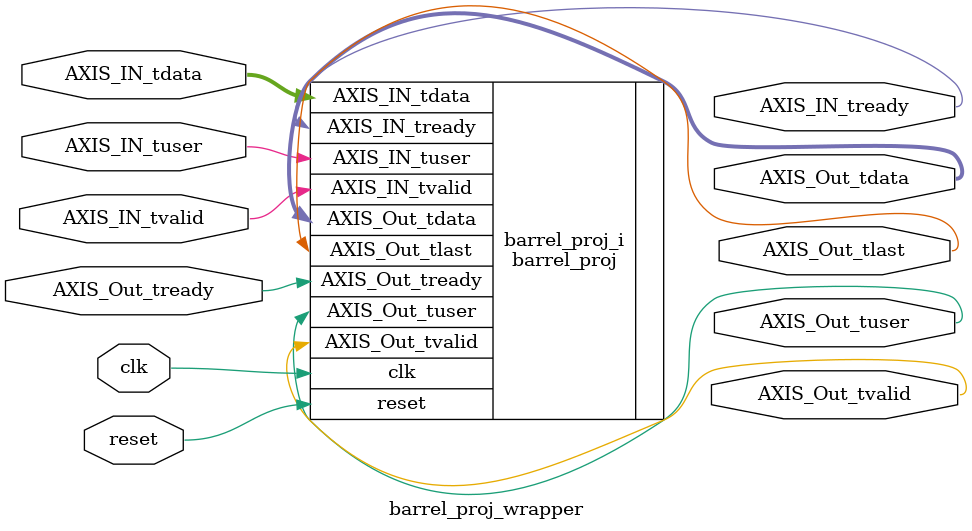
<source format=v>
`timescale 1 ps / 1 ps

module barrel_proj_wrapper
   (AXIS_IN_tdata,
    AXIS_IN_tready,
    AXIS_IN_tuser,
    AXIS_IN_tvalid,
    AXIS_Out_tdata,
    AXIS_Out_tlast,
    AXIS_Out_tready,
    AXIS_Out_tuser,
    AXIS_Out_tvalid,
    clk,
    reset);
  input [15:0]AXIS_IN_tdata;
  output AXIS_IN_tready;
  input AXIS_IN_tuser;
  input AXIS_IN_tvalid;
  output [15:0]AXIS_Out_tdata;
  output AXIS_Out_tlast;
  input AXIS_Out_tready;
  output AXIS_Out_tuser;
  output AXIS_Out_tvalid;
  input clk;
  input reset;

  wire [15:0]AXIS_IN_tdata;
  wire AXIS_IN_tready;
  wire AXIS_IN_tuser;
  wire AXIS_IN_tvalid;
  wire [15:0]AXIS_Out_tdata;
  wire AXIS_Out_tlast;
  wire AXIS_Out_tready;
  wire AXIS_Out_tuser;
  wire AXIS_Out_tvalid;
  wire clk;
  wire reset;

  barrel_proj barrel_proj_i
       (.AXIS_IN_tdata(AXIS_IN_tdata),
        .AXIS_IN_tready(AXIS_IN_tready),
        .AXIS_IN_tuser(AXIS_IN_tuser),
        .AXIS_IN_tvalid(AXIS_IN_tvalid),
        .AXIS_Out_tdata(AXIS_Out_tdata),
        .AXIS_Out_tlast(AXIS_Out_tlast),
        .AXIS_Out_tready(AXIS_Out_tready),
        .AXIS_Out_tuser(AXIS_Out_tuser),
        .AXIS_Out_tvalid(AXIS_Out_tvalid),
        .clk(clk),
        .reset(reset));
endmodule

</source>
